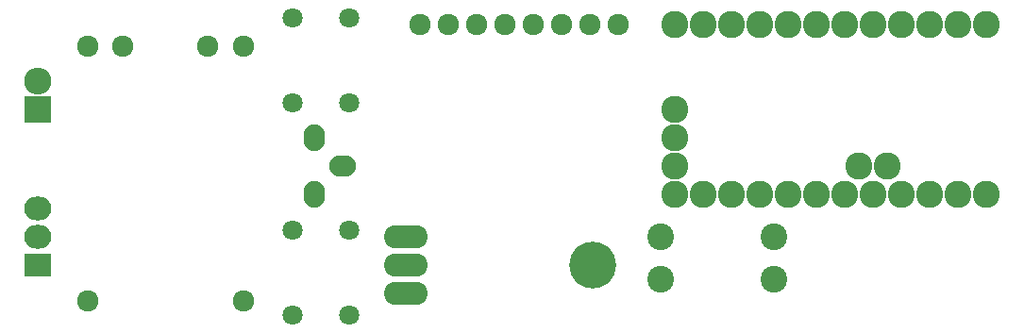
<source format=gbs>
G04 #@! TF.FileFunction,Soldermask,Bot*
%FSLAX46Y46*%
G04 Gerber Fmt 4.6, Leading zero omitted, Abs format (unit mm)*
G04 Created by KiCad (PCBNEW 4.0.2+dfsg1-stable) date Wed 06 Sep 2017 09:22:59 AM EDT*
%MOMM*%
G01*
G04 APERTURE LIST*
%ADD10C,0.100000*%
%ADD11C,1.924000*%
%ADD12C,2.432000*%
%ADD13O,2.398980X1.901140*%
%ADD14O,1.901140X2.398980*%
%ADD15O,3.900120X2.099260*%
%ADD16C,4.199840*%
%ADD17C,2.398980*%
%ADD18C,1.797000*%
%ADD19R,2.432000X2.432000*%
%ADD20O,2.432000X2.432000*%
%ADD21R,2.432000X2.127200*%
%ADD22O,2.432000X2.127200*%
G04 APERTURE END LIST*
D10*
D11*
X109220000Y-108585000D03*
X116840000Y-108585000D03*
X106045000Y-108585000D03*
X120015000Y-108585000D03*
X120015000Y-131445000D03*
X106045000Y-131445000D03*
D12*
X186690000Y-106680000D03*
X184150000Y-106680000D03*
X181610000Y-106680000D03*
X179070000Y-106680000D03*
X176530000Y-106680000D03*
X173990000Y-106680000D03*
X171450000Y-106680000D03*
X168910000Y-106680000D03*
X166370000Y-106680000D03*
X163830000Y-106680000D03*
X161290000Y-106680000D03*
X158750000Y-106680000D03*
X186690000Y-121920000D03*
X184150000Y-121920000D03*
X181610000Y-121920000D03*
X179070000Y-121920000D03*
X176530000Y-121920000D03*
X173990000Y-121920000D03*
X171450000Y-121920000D03*
X168910000Y-121920000D03*
X166370000Y-121920000D03*
X163830000Y-121920000D03*
X161290000Y-121920000D03*
X158750000Y-121920000D03*
X177800000Y-119380000D03*
X175260000Y-119380000D03*
X158750000Y-119380000D03*
X158750000Y-116840000D03*
X158750000Y-114300000D03*
D13*
X128905000Y-119380000D03*
D14*
X126365000Y-116840000D03*
X126365000Y-121920000D03*
D15*
X134620000Y-128270000D03*
X134620000Y-125730000D03*
X134620000Y-130810000D03*
D16*
X151384000Y-128270000D03*
D17*
X157480000Y-125730000D03*
X167640000Y-125730000D03*
X157480000Y-129540000D03*
X167640000Y-129540000D03*
D18*
X124460000Y-113665000D03*
X129540000Y-113665000D03*
X124460000Y-106045000D03*
X129540000Y-106045000D03*
X124460000Y-132715000D03*
X129540000Y-132715000D03*
X124460000Y-125095000D03*
X129540000Y-125095000D03*
D11*
X153670000Y-106680000D03*
X151130000Y-106680000D03*
X148590000Y-106680000D03*
X146050000Y-106680000D03*
X143510000Y-106680000D03*
X140970000Y-106680000D03*
X138430000Y-106680000D03*
X135890000Y-106680000D03*
D19*
X101600000Y-114300000D03*
D20*
X101600000Y-111760000D03*
D21*
X101600000Y-128270000D03*
D22*
X101600000Y-125730000D03*
X101600000Y-123190000D03*
M02*

</source>
